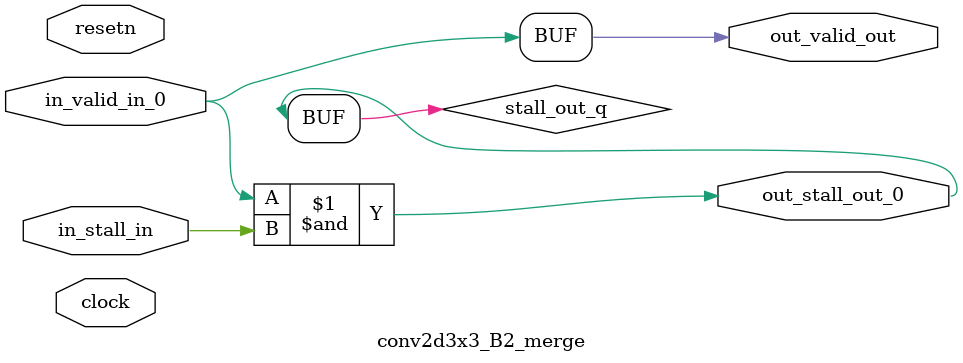
<source format=sv>



(* altera_attribute = "-name AUTO_SHIFT_REGISTER_RECOGNITION OFF; -name MESSAGE_DISABLE 10036; -name MESSAGE_DISABLE 10037; -name MESSAGE_DISABLE 14130; -name MESSAGE_DISABLE 14320; -name MESSAGE_DISABLE 15400; -name MESSAGE_DISABLE 14130; -name MESSAGE_DISABLE 10036; -name MESSAGE_DISABLE 12020; -name MESSAGE_DISABLE 12030; -name MESSAGE_DISABLE 12010; -name MESSAGE_DISABLE 12110; -name MESSAGE_DISABLE 14320; -name MESSAGE_DISABLE 13410; -name MESSAGE_DISABLE 113007; -name MESSAGE_DISABLE 10958" *)
module conv2d3x3_B2_merge (
    input wire [0:0] in_stall_in,
    input wire [0:0] in_valid_in_0,
    output wire [0:0] out_stall_out_0,
    output wire [0:0] out_valid_out,
    input wire clock,
    input wire resetn
    );

    wire [0:0] stall_out_q;


    // stall_out(LOGICAL,6)
    assign stall_out_q = in_valid_in_0 & in_stall_in;

    // out_stall_out_0(GPOUT,4)
    assign out_stall_out_0 = stall_out_q;

    // out_valid_out(GPOUT,5)
    assign out_valid_out = in_valid_in_0;

endmodule

</source>
